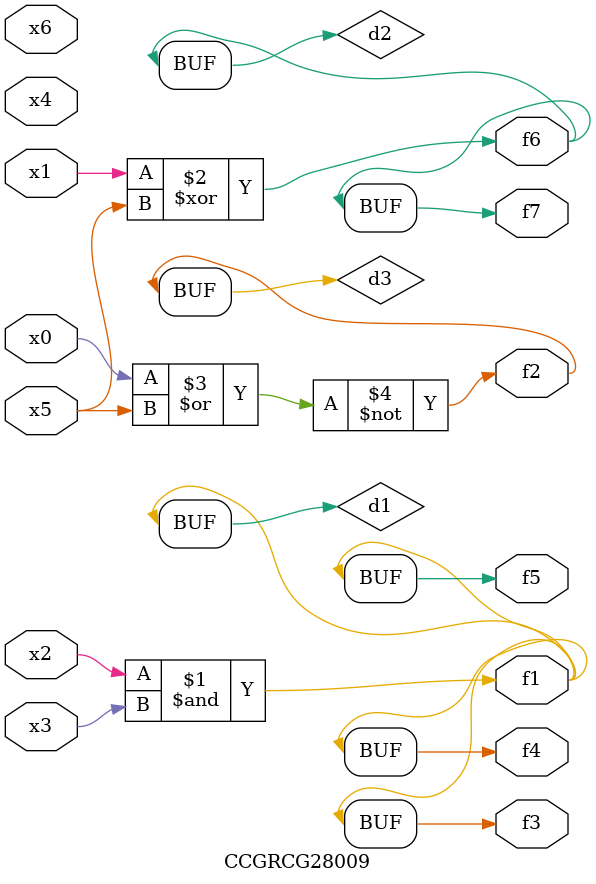
<source format=v>
module CCGRCG28009(
	input x0, x1, x2, x3, x4, x5, x6,
	output f1, f2, f3, f4, f5, f6, f7
);

	wire d1, d2, d3;

	and (d1, x2, x3);
	xor (d2, x1, x5);
	nor (d3, x0, x5);
	assign f1 = d1;
	assign f2 = d3;
	assign f3 = d1;
	assign f4 = d1;
	assign f5 = d1;
	assign f6 = d2;
	assign f7 = d2;
endmodule

</source>
